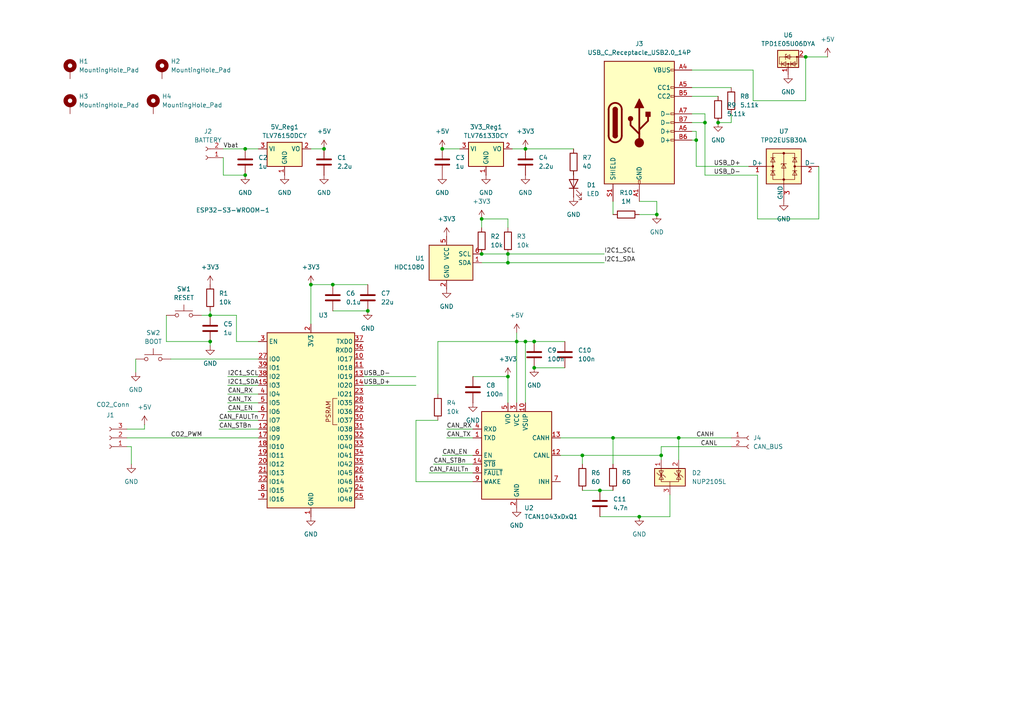
<source format=kicad_sch>
(kicad_sch (version 20231120) (generator "eeschema") (generator_version "8.0")
  (paper "A4")
  (lib_symbols
    (symbol "Connector:Conn_01x02_Socket" (pin_names (offset 1.016) hide)
      (property "Reference" "J" (at 0 2.54 0))
      (property "Value" "Conn_01x02_Socket" (at 0 -5.08 0))
      (symbol "Conn_01x02_Socket_1_1"
        (arc (start 0 -2.032) (mid -0.5058 -2.54) (end 0 -3.048) (stroke (width 0.1524)))
        (polyline (pts (xy -1.27 -2.54) (xy -0.508 -2.54)) (stroke (width 0.1524)))
        (polyline (pts (xy -1.27 0) (xy -0.508 0)) (stroke (width 0.1524)))
        (arc (start 0 0.508) (mid -0.5058 0) (end 0 -0.508) (stroke (width 0.1524)))
        (pin passive line (at -5.08 0 0) (length 3.81) (name "Pin_1") (number "1"))
        (pin passive line (at -5.08 -2.54 0) (length 3.81) (name "Pin_2") (number "2"))
      )
    )
    (symbol "Connector:Conn_01x03_Socket" (pin_names (offset 1.016) hide)
      (property "Reference" "J" (at 0 5.08 0))
      (property "Value" "Conn_01x03_Socket" (at 0 -5.08 0))
      (symbol "Conn_01x03_Socket_1_1"
        (arc (start 0 -2.032) (mid -0.5058 -2.54) (end 0 -3.048) (stroke (width 0.1524)))
        (polyline (pts (xy -1.27 -2.54) (xy -0.508 -2.54)) (stroke (width 0.1524)))
        (polyline (pts (xy -1.27 0) (xy -0.508 0)) (stroke (width 0.1524)))
        (polyline (pts (xy -1.27 2.54) (xy -0.508 2.54)) (stroke (width 0.1524)))
        (arc (start 0 0.508) (mid -0.5058 0) (end 0 -0.508) (stroke (width 0.1524)))
        (arc (start 0 3.048) (mid -0.5058 2.54) (end 0 2.032) (stroke (width 0.1524)))
        (pin passive line (at -5.08 2.54 0) (length 3.81) (name "Pin_1") (number "1"))
        (pin passive line (at -5.08 0 0) (length 3.81) (name "Pin_2") (number "2"))
        (pin passive line (at -5.08 -2.54 0) (length 3.81) (name "Pin_3") (number "3"))
      )
    )
    (symbol "Connector:USB_C_Receptacle_USB2.0_14P" (pin_names (offset 1.016))
      (property "Reference" "J" (at 0 22.225 0))
      (property "Value" "USB_C_Receptacle_USB2.0_14P" (at 0 19.685 0))
      (symbol "USB_C_Receptacle_USB2.0_14P_0_0"
        (rectangle (start -0.254 -17.78) (end 0.254 -16.764))
        (rectangle (start 10.16 -4.826) (end 9.144 -5.334))
        (rectangle (start 10.16 -2.286) (end 9.144 -2.794))
        (rectangle (start 10.16 0.254) (end 9.144 -0.254))
        (rectangle (start 10.16 2.794) (end 9.144 2.286))
        (rectangle (start 10.16 7.874) (end 9.144 7.366))
        (rectangle (start 10.16 10.414) (end 9.144 9.906))
        (rectangle (start 10.16 15.494) (end 9.144 14.986))
      )
      (symbol "USB_C_Receptacle_USB2.0_14P_0_1"
        (rectangle (start -10.16 17.78) (end 10.16 -17.78) (stroke (width 0.254)) (fill (type background)))
        (arc (start -8.89 -3.81) (mid -6.985 -5.7067) (end -5.08 -3.81) (stroke (width 0.508)))
        (arc (start -7.62 -3.81) (mid -6.985 -4.4423) (end -6.35 -3.81) (stroke (width 0.254)))
        (arc (start -7.62 -3.81) (mid -6.985 -4.4423) (end -6.35 -3.81) (stroke (width 0.254)) (fill (type outline)))
        (rectangle (start -7.62 -3.81) (end -6.35 3.81) (stroke (width 0.254)) (fill (type outline)))
        (arc (start -6.35 3.81) (mid -6.985 4.4423) (end -7.62 3.81) (stroke (width 0.254)))
        (arc (start -6.35 3.81) (mid -6.985 4.4423) (end -7.62 3.81) (stroke (width 0.254)) (fill (type outline)))
        (arc (start -5.08 3.81) (mid -6.985 5.7067) (end -8.89 3.81) (stroke (width 0.508)))
        (circle (center -2.54 1.143) (radius 0.635) (stroke (width 0.254)) (fill (type outline)))
        (circle (center 0 -5.842) (radius 1.27) (fill (type outline)))
        (polyline (pts (xy -8.89 -3.81) (xy -8.89 3.81)) (stroke (width 0.508)))
        (polyline (pts (xy -5.08 3.81) (xy -5.08 -3.81)) (stroke (width 0.508)))
        (polyline (pts (xy 0 -5.842) (xy 0 4.318)) (stroke (width 0.508)))
        (polyline (pts (xy 0 -3.302) (xy -2.54 -0.762) (xy -2.54 0.508)) (stroke (width 0.508)))
        (polyline (pts (xy 0 -2.032) (xy 2.54 0.508) (xy 2.54 1.778)) (stroke (width 0.508)))
        (polyline (pts (xy -1.27 4.318) (xy 0 6.858) (xy 1.27 4.318) (xy -1.27 4.318)) (stroke (width 0.254)) (fill (type outline)))
        (rectangle (start 1.905 1.778) (end 3.175 3.048) (stroke (width 0.254)) (fill (type outline)))
      )
      (symbol "USB_C_Receptacle_USB2.0_14P_1_1"
        (pin passive line (at 0 -22.86 90) (length 5.08) (name "GND") (number "A1"))
        (pin passive line (at 0 -22.86 90) (length 5.08) hide (name "GND") (number "A12"))
        (pin passive line (at 15.24 15.24 180) (length 5.08) (name "VBUS") (number "A4"))
        (pin bidirectional line (at 15.24 10.16 180) (length 5.08) (name "CC1") (number "A5"))
        (pin bidirectional line (at 15.24 -2.54 180) (length 5.08) (name "D+") (number "A6"))
        (pin bidirectional line (at 15.24 2.54 180) (length 5.08) (name "D-") (number "A7"))
        (pin passive line (at 15.24 15.24 180) (length 5.08) hide (name "VBUS") (number "A9"))
        (pin passive line (at 0 -22.86 90) (length 5.08) hide (name "GND") (number "B1"))
        (pin passive line (at 0 -22.86 90) (length 5.08) hide (name "GND") (number "B12"))
        (pin passive line (at 15.24 15.24 180) (length 5.08) hide (name "VBUS") (number "B4"))
        (pin bidirectional line (at 15.24 7.62 180) (length 5.08) (name "CC2") (number "B5"))
        (pin bidirectional line (at 15.24 -5.08 180) (length 5.08) (name "D+") (number "B6"))
        (pin bidirectional line (at 15.24 0 180) (length 5.08) (name "D-") (number "B7"))
        (pin passive line (at 15.24 15.24 180) (length 5.08) hide (name "VBUS") (number "B9"))
        (pin passive line (at -7.62 -22.86 90) (length 5.08) (name "SHIELD") (number "S1"))
      )
    )
    (symbol "Device:C" (pin_numbers hide) (pin_names (offset 0.254))
      (property "Reference" "C" (at 0.635 2.54 0))
      (property "Value" "C" (at 0.635 -2.54 0))
      (symbol "C_0_1"
        (polyline (pts (xy -2.032 -0.762) (xy 2.032 -0.762)) (stroke (width 0.508)))
        (polyline (pts (xy -2.032 0.762) (xy 2.032 0.762)) (stroke (width 0.508)))
      )
      (symbol "C_1_1"
        (pin passive line (at 0 3.81 270) (length 2.794) (name "~") (number "1"))
        (pin passive line (at 0 -3.81 90) (length 2.794) (name "~") (number "2"))
      )
    )
    (symbol "Device:LED" (pin_numbers hide) (pin_names (offset 1.016) hide)
      (property "Reference" "D" (at 0 2.54 0))
      (property "Value" "LED" (at 0 -2.54 0))
      (symbol "LED_0_1"
        (polyline (pts (xy -1.27 -1.27) (xy -1.27 1.27)) (stroke (width 0.254)))
        (polyline (pts (xy -1.27 0) (xy 1.27 0)))
        (polyline (pts (xy 1.27 -1.27) (xy 1.27 1.27) (xy -1.27 0) (xy 1.27 -1.27)) (stroke (width 0.254)))
        (polyline (pts (xy -3.048 -0.762) (xy -4.572 -2.286) (xy -3.81 -2.286) (xy -4.572 -2.286) (xy -4.572 -1.524)))
        (polyline (pts (xy -1.778 -0.762) (xy -3.302 -2.286) (xy -2.54 -2.286) (xy -3.302 -2.286) (xy -3.302 -1.524)))
      )
      (symbol "LED_1_1"
        (pin passive line (at -3.81 0 0) (length 2.54) (name "K") (number "1"))
        (pin passive line (at 3.81 0 180) (length 2.54) (name "A") (number "2"))
      )
    )
    (symbol "Device:R" (pin_numbers hide) (pin_names (offset 0))
      (property "Reference" "R" (at 2.032 0 90))
      (property "Value" "R" (at 0 0 90))
      (symbol "R_0_1"
        (rectangle (start -1.016 -2.54) (end 1.016 2.54) (stroke (width 0.254)))
      )
      (symbol "R_1_1"
        (pin passive line (at 0 3.81 270) (length 1.27) (name "~") (number "1"))
        (pin passive line (at 0 -3.81 90) (length 1.27) (name "~") (number "2"))
      )
    )
    (symbol "Interface_CAN_LIN:TCAN1043xDxQ1"
      (property "Reference" "U" (at -10.16 13.97 0))
      (property "Value" "TCAN1043xDxQ1" (at 3.81 13.97 0))
      (symbol "TCAN1043xDxQ1_0_1"
        (rectangle (start -10.16 12.7) (end 10.16 -12.7) (stroke (width 0.254)) (fill (type background)))
      )
      (symbol "TCAN1043xDxQ1_1_1"
        (pin input line (at -12.7 5.08 0) (length 2.54) (name "TXD") (number "1"))
        (pin power_in line (at 2.54 15.24 270) (length 2.54) (name "VSUP") (number "10"))
        (pin no_connect line (at 10.16 -10.16 180) (length 2.54) hide (name "NC") (number "11"))
        (pin bidirectional line (at 12.7 0 180) (length 2.54) (name "CANL") (number "12"))
        (pin bidirectional line (at 12.7 5.08 180) (length 2.54) (name "CANH") (number "13"))
        (pin input line (at -12.7 -2.54 0) (length 2.54) (name "~{STB}") (number "14"))
        (pin power_in line (at 0 -15.24 90) (length 2.54) (name "GND") (number "2"))
        (pin power_in line (at 0 15.24 270) (length 2.54) (name "VCC") (number "3"))
        (pin output line (at -12.7 7.62 0) (length 2.54) (name "RXD") (number "4"))
        (pin power_in line (at -2.54 15.24 270) (length 2.54) (name "VIO") (number "5"))
        (pin input line (at -12.7 0 0) (length 2.54) (name "EN") (number "6"))
        (pin open_emitter line (at 12.7 -7.62 180) (length 2.54) (name "INH") (number "7"))
        (pin output line (at -12.7 -5.08 0) (length 2.54) (name "~{FAULT}") (number "8"))
        (pin input line (at -12.7 -7.62 0) (length 2.54) (name "WAKE") (number "9"))
      )
    )
    (symbol "Mechanical:MountingHole_Pad" (pin_numbers hide) (pin_names (offset 1.016) hide) (exclude_from_sim yes) (in_bom no)
      (property "Reference" "H" (at 0 6.35 0))
      (property "Value" "MountingHole_Pad" (at 0 4.445 0))
      (symbol "MountingHole_Pad_0_1"
        (circle (center 0 1.27) (radius 1.27) (stroke (width 1.27)))
      )
      (symbol "MountingHole_Pad_1_1"
        (pin input line (at 0 -2.54 90) (length 2.54) (name "1") (number "1"))
      )
    )
    (symbol "Power_Protection:NUP2105L" (pin_names hide)
      (property "Reference" "D" (at 5.715 2.54 0))
      (property "Value" "NUP2105L" (at 5.715 0.635 0))
      (symbol "NUP2105L_0_0"
        (pin passive line (at 0 -5.08 90) (length 2.54) (name "A") (number "3"))
      )
      (symbol "NUP2105L_0_1"
        (rectangle (start -4.445 2.54) (end 4.445 -2.54) (stroke (width 0.254)) (fill (type background)))
        (polyline (pts (xy -2.54 2.54) (xy -2.54 0.635)))
        (polyline (pts (xy 0 -1.27) (xy 0 -2.54)))
        (polyline (pts (xy 2.54 2.54) (xy 2.54 0.635)))
        (polyline (pts (xy -3.81 1.27) (xy -3.175 0.635) (xy -1.905 0.635) (xy -1.27 0)))
        (polyline (pts (xy -2.54 0.635) (xy -2.54 -1.27) (xy 2.54 -1.27) (xy 2.54 0.635)))
        (polyline (pts (xy -2.54 0.635) (xy -1.905 -0.635) (xy -3.175 -0.635) (xy -2.54 0.635)))
        (polyline (pts (xy 2.54 0.635) (xy 1.905 -0.635) (xy 3.175 -0.635) (xy 2.54 0.635)))
        (polyline (pts (xy 2.54 0.635) (xy 3.175 1.905) (xy 1.905 1.905) (xy 2.54 0.635)))
        (polyline (pts (xy -2.54 0.635) (xy -3.175 1.905) (xy -1.905 1.905) (xy -2.54 0.635) (xy -2.54 1.27)))
        (polyline (pts (xy 1.27 1.27) (xy 1.905 0.635) (xy 2.54 0.635) (xy 3.175 0.635) (xy 3.81 0)))
      )
      (symbol "NUP2105L_1_1"
        (pin passive line (at -2.54 5.08 270) (length 2.54) (name "K") (number "1"))
        (pin passive line (at 2.54 5.08 270) (length 2.54) (name "K") (number "2"))
      )
    )
    (symbol "Power_Protection:TPD1E05U06DYA" (pin_names (offset 0) hide)
      (property "Reference" "U" (at -2.54 3.175 0))
      (property "Value" "TPD1E05U06DYA" (at 1.27 3.175 0))
      (symbol "TPD1E05U06DYA_0_1"
        (rectangle (start -3.048 1.905) (end 3.048 -3.048) (stroke (width 0.254)) (fill (type background)))
        (circle (center 0 -2.032) (radius 0.2032) (fill (type outline)))
        (polyline (pts (xy -2.54 -2.032) (xy -2.54 0)))
        (polyline (pts (xy -1.905 -2.667) (xy -1.905 -1.397)))
        (polyline (pts (xy -1.016 0) (xy -2.54 0)))
        (polyline (pts (xy -0.762 -0.762) (xy -0.762 0.762)))
        (polyline (pts (xy -0.762 0.762) (xy -0.762 0.762)))
        (polyline (pts (xy -0.635 -2.032) (xy -2.54 -2.032)))
        (polyline (pts (xy -0.635 -2.032) (xy 0.635 -2.032)))
        (polyline (pts (xy -0.381 0.762) (xy -0.762 0.762)))
        (polyline (pts (xy 0 -2.54) (xy 0 -2.032)))
        (polyline (pts (xy 0.762 -2.667) (xy 0.762 -1.397)))
        (polyline (pts (xy 0.889 0) (xy -1.016 0)))
        (polyline (pts (xy 0.889 0) (xy -1.016 0)))
        (polyline (pts (xy 0.889 0) (xy 2.54 0)))
        (polyline (pts (xy 2.54 -2.032) (xy 0.635 -2.032)))
        (polyline (pts (xy 2.54 -2.032) (xy 0.635 -2.032)))
        (polyline (pts (xy 2.54 -2.032) (xy 2.54 0)))
        (polyline (pts (xy -1.905 -2.032) (xy -0.635 -1.397) (xy -0.635 -2.667) (xy -1.905 -2.032)))
        (polyline (pts (xy -0.762 0) (xy 0.508 0.635) (xy 0.508 -0.635) (xy -0.762 0)))
        (polyline (pts (xy 0.762 -2.032) (xy 2.032 -1.397) (xy 2.032 -2.667) (xy 0.762 -2.032)))
        (circle (center 2.54 0) (radius 0.2032) (fill (type outline)))
      )
      (symbol "TPD1E05U06DYA_1_1"
        (pin passive line (at 0 -5.08 90) (length 2.54) (name "I/O") (number "1"))
        (pin power_in line (at 5.08 0 180) (length 2.54) (name "GND") (number "2"))
      )
    )
    (symbol "Power_Protection:TPD2EUSB30A" (pin_names (offset 0))
      (property "Reference" "U" (at 0 6.35 0))
      (property "Value" "TPD2EUSB30A" (at 7.62 -7.62 0))
      (symbol "TPD2EUSB30A_0_1"
        (rectangle (start -5.08 5.08) (end 5.08 -5.08) (stroke (width 0.254)) (fill (type background)))
        (circle (center -3.175 0) (radius 0.2794) (fill (type outline)))
        (rectangle (start -3.175 3.81) (end 3.175 -3.81))
        (circle (center 0 -3.81) (radius 0.2794) (fill (type outline)))
        (polyline (pts (xy -5.08 0) (xy -3.175 0)))
        (polyline (pts (xy -3.81 -1.27) (xy -2.54 -1.27)))
        (polyline (pts (xy -3.81 2.54) (xy -2.54 2.54)))
        (polyline (pts (xy 0 3.81) (xy 0 -5.08)))
        (polyline (pts (xy 2.54 -1.27) (xy 3.81 -1.27)))
        (polyline (pts (xy 2.54 2.54) (xy 3.81 2.54)))
        (polyline (pts (xy 5.08 0) (xy 3.175 0)))
        (polyline (pts (xy 0.762 0.762) (xy -0.762 0.762) (xy -0.762 0.508)))
        (polyline (pts (xy -2.54 -2.54) (xy -3.81 -2.54) (xy -3.175 -1.27) (xy -2.54 -2.54)))
        (polyline (pts (xy -2.54 1.27) (xy -3.81 1.27) (xy -3.175 2.54) (xy -2.54 1.27)))
        (polyline (pts (xy 0.635 -0.508) (xy -0.635 -0.508) (xy 0 0.762) (xy 0.635 -0.508)))
        (polyline (pts (xy 3.81 -2.54) (xy 2.54 -2.54) (xy 3.175 -1.27) (xy 3.81 -2.54)))
        (polyline (pts (xy 3.81 1.27) (xy 2.54 1.27) (xy 3.175 2.54) (xy 3.81 1.27)))
        (circle (center 0 3.81) (radius 0.2794) (fill (type outline)))
        (circle (center 3.175 0) (radius 0.2794) (fill (type outline)))
      )
      (symbol "TPD2EUSB30A_1_1"
        (pin passive line (at -10.16 0 0) (length 5.08) (name "D+") (number "1"))
        (pin passive line (at 10.16 0 180) (length 5.08) (name "D-") (number "2"))
        (pin passive line (at 0 -10.16 90) (length 5.08) (name "GND") (number "3"))
      )
    )
    (symbol "RF_Module:ESP32-S3-WROOM-1"
      (property "Reference" "U" (at -12.7 26.67 0))
      (property "Value" "ESP32-S3-WROOM-1" (at 12.7 26.67 0))
      (symbol "ESP32-S3-WROOM-1_0_0"
        (rectangle (start -12.7 25.4) (end 12.7 -25.4) (stroke (width 0.254)) (fill (type background)))
        (text "PSRAM" (at 5.08 2.54 900) (effects (font (size 1.27 1.27))))
      )
      (symbol "ESP32-S3-WROOM-1_0_1"
        (polyline (pts (xy 7.62 -1.27) (xy 6.35 -1.27) (xy 6.35 6.35) (xy 7.62 6.35)))
      )
      (symbol "ESP32-S3-WROOM-1_1_1"
        (pin power_in line (at 0 -27.94 90) (length 2.54) (name "GND") (number "1"))
        (pin bidirectional line (at 15.24 17.78 180) (length 2.54) (name "IO17") (number "10"))
        (pin bidirectional line (at 15.24 15.24 180) (length 2.54) (name "IO18") (number "11"))
        (pin bidirectional line (at -15.24 -2.54 0) (length 2.54) (name "IO8") (number "12"))
        (pin bidirectional line (at 15.24 12.7 180) (length 2.54) (name "IO19") (number "13"))
        (pin bidirectional line (at 15.24 10.16 180) (length 2.54) (name "IO20") (number "14"))
        (pin bidirectional line (at -15.24 10.16 0) (length 2.54) (name "IO3") (number "15"))
        (pin bidirectional line (at 15.24 -17.78 180) (length 2.54) (name "IO46") (number "16"))
        (pin bidirectional line (at -15.24 -5.08 0) (length 2.54) (name "IO9") (number "17"))
        (pin bidirectional line (at -15.24 -7.62 0) (length 2.54) (name "IO10") (number "18"))
        (pin bidirectional line (at -15.24 -10.16 0) (length 2.54) (name "IO11") (number "19"))
        (pin power_in line (at 0 27.94 270) (length 2.54) (name "3V3") (number "2"))
        (pin bidirectional line (at -15.24 -12.7 0) (length 2.54) (name "IO12") (number "20"))
        (pin bidirectional line (at -15.24 -15.24 0) (length 2.54) (name "IO13") (number "21"))
        (pin bidirectional line (at -15.24 -17.78 0) (length 2.54) (name "IO14") (number "22"))
        (pin bidirectional line (at 15.24 7.62 180) (length 2.54) (name "IO21") (number "23"))
        (pin bidirectional line (at 15.24 -20.32 180) (length 2.54) (name "IO47") (number "24"))
        (pin bidirectional line (at 15.24 -22.86 180) (length 2.54) (name "IO48") (number "25"))
        (pin bidirectional line (at 15.24 -15.24 180) (length 2.54) (name "IO45") (number "26"))
        (pin bidirectional line (at -15.24 17.78 0) (length 2.54) (name "IO0") (number "27"))
        (pin bidirectional line (at 15.24 5.08 180) (length 2.54) (name "IO35") (number "28"))
        (pin bidirectional line (at 15.24 2.54 180) (length 2.54) (name "IO36") (number "29"))
        (pin input line (at -15.24 22.86 0) (length 2.54) (name "EN") (number "3"))
        (pin bidirectional line (at 15.24 0 180) (length 2.54) (name "IO37") (number "30"))
        (pin bidirectional line (at 15.24 -2.54 180) (length 2.54) (name "IO38") (number "31"))
        (pin bidirectional line (at 15.24 -5.08 180) (length 2.54) (name "IO39") (number "32"))
        (pin bidirectional line (at 15.24 -7.62 180) (length 2.54) (name "IO40") (number "33"))
        (pin bidirectional line (at 15.24 -10.16 180) (length 2.54) (name "IO41") (number "34"))
        (pin bidirectional line (at 15.24 -12.7 180) (length 2.54) (name "IO42") (number "35"))
        (pin bidirectional line (at 15.24 20.32 180) (length 2.54) (name "RXD0") (number "36"))
        (pin bidirectional line (at 15.24 22.86 180) (length 2.54) (name "TXD0") (number "37"))
        (pin bidirectional line (at -15.24 12.7 0) (length 2.54) (name "IO2") (number "38"))
        (pin bidirectional line (at -15.24 15.24 0) (length 2.54) (name "IO1") (number "39"))
        (pin bidirectional line (at -15.24 7.62 0) (length 2.54) (name "IO4") (number "4"))
        (pin passive line (at 0 -27.94 90) (length 2.54) hide (name "GND") (number "40"))
        (pin passive line (at 0 -27.94 90) (length 2.54) hide (name "GND") (number "41"))
        (pin bidirectional line (at -15.24 5.08 0) (length 2.54) (name "IO5") (number "5"))
        (pin bidirectional line (at -15.24 2.54 0) (length 2.54) (name "IO6") (number "6"))
        (pin bidirectional line (at -15.24 0 0) (length 2.54) (name "IO7") (number "7"))
        (pin bidirectional line (at -15.24 -20.32 0) (length 2.54) (name "IO15") (number "8"))
        (pin bidirectional line (at -15.24 -22.86 0) (length 2.54) (name "IO16") (number "9"))
      )
    )
    (symbol "Regulator_Linear:TLV76133DCY"
      (property "Reference" "U" (at -7.62 6.35 0))
      (property "Value" "TLV76133DCY" (at -1.27 6.35 0))
      (symbol "TLV76133DCY_0_1"
        (rectangle (start -5.08 -5.08) (end 5.08 1.905) (stroke (width 0.254)) (fill (type background)))
      )
      (symbol "TLV76133DCY_1_1"
        (pin power_in line (at 0 -7.62 90) (length 2.54) (name "GND") (number "1"))
        (pin power_out line (at 7.62 0 180) (length 2.54) (name "VO") (number "2"))
        (pin power_in line (at -7.62 0 0) (length 2.54) (name "VI") (number "3"))
      )
    )
    (symbol "Regulator_Linear:TLV76150DCY"
      (property "Reference" "U" (at -7.62 6.35 0))
      (property "Value" "TLV76150DCY" (at -1.27 6.35 0))
      (symbol "TLV76150DCY_0_1"
        (rectangle (start -5.08 -5.08) (end 5.08 1.905) (stroke (width 0.254)) (fill (type background)))
      )
      (symbol "TLV76150DCY_1_1"
        (pin power_in line (at 0 -7.62 90) (length 2.54) (name "GND") (number "1"))
        (pin power_out line (at 7.62 0 180) (length 2.54) (name "VO") (number "2"))
        (pin power_in line (at -7.62 0 0) (length 2.54) (name "VI") (number "3"))
      )
    )
    (symbol "Sensor_Humidity:HDC1080"
      (property "Reference" "U" (at -6.35 6.35 0))
      (property "Value" "HDC1080" (at 3.81 6.35 0))
      (symbol "HDC1080_0_1"
        (rectangle (start -7.62 5.08) (end 5.08 -5.08) (stroke (width 0.254)) (fill (type background)))
      )
      (symbol "HDC1080_1_1"
        (pin bidirectional line (at 7.62 0 180) (length 2.54) (name "SDA") (number "1"))
        (pin power_in line (at -2.54 -7.62 90) (length 2.54) (name "GND") (number "2"))
        (pin no_connect line (at -7.62 0 0) (length 2.54) hide (name "NC") (number "3"))
        (pin no_connect line (at -7.62 -2.54 0) (length 2.54) hide (name "NC") (number "4"))
        (pin power_in line (at -2.54 7.62 270) (length 2.54) (name "VCC") (number "5"))
        (pin input line (at 7.62 2.54 180) (length 2.54) (name "SCL") (number "6"))
        (pin no_connect line (at -7.62 2.54 0) (length 2.54) hide (name "DAP") (number "7"))
      )
    )
    (symbol "Switch:SW_Push" (pin_numbers hide) (pin_names (offset 1.016) hide)
      (property "Reference" "SW" (at 1.27 2.54 0))
      (property "Value" "SW_Push" (at 0 -1.524 0))
      (symbol "SW_Push_0_1"
        (circle (center -2.032 0) (radius 0.508))
        (polyline (pts (xy 0 1.27) (xy 0 3.048)))
        (polyline (pts (xy 2.54 1.27) (xy -2.54 1.27)))
        (circle (center 2.032 0) (radius 0.508))
        (pin passive line (at -5.08 0 0) (length 2.54) (name "1") (number "1"))
        (pin passive line (at 5.08 0 180) (length 2.54) (name "2") (number "2"))
      )
    )
    (symbol "power:+3V3" (power) (pin_numbers hide) (pin_names (offset 0) hide)
      (property "Value" "+3V3" (at 0 3.556 0))
      (symbol "+3V3_0_1"
        (polyline (pts (xy -0.762 1.27) (xy 0 2.54)))
        (polyline (pts (xy 0 0) (xy 0 2.54)))
        (polyline (pts (xy 0 2.54) (xy 0.762 1.27)))
      )
      (symbol "+3V3_1_1"
        (pin power_in line (at 0 0 90) (length 0) (name "~") (number "1"))
      )
    )
    (symbol "power:+5V" (power) (pin_numbers hide) (pin_names (offset 0) hide)
      (property "Value" "+5V" (at 0 3.556 0))
      (symbol "+5V_0_1"
        (polyline (pts (xy -0.762 1.27) (xy 0 2.54)))
        (polyline (pts (xy 0 0) (xy 0 2.54)))
        (polyline (pts (xy 0 2.54) (xy 0.762 1.27)))
      )
      (symbol "+5V_1_1"
        (pin power_in line (at 0 0 90) (length 0) (name "~") (number "1"))
      )
    )
    (symbol "power:GND" (power) (pin_numbers hide) (pin_names (offset 0) hide)
      (property "Value" "GND" (at 0 -3.81 0))
      (symbol "GND_0_1"
        (polyline (pts (xy 0 0) (xy 0 -1.27) (xy 1.27 -1.27) (xy 0 -2.54) (xy -1.27 -1.27) (xy 0 -1.27)))
      )
      (symbol "GND_1_1"
        (pin power_in line (at 0 0 270) (length 0) (name "~") (number "1"))
      )
    )
  )
  (junction (at 201.93 40.64))
  (junction (at 139.7 63.5))
  (junction (at 106.68 90.17))
  (junction (at 147.32 76.2))
  (junction (at 139.7 73.66))
  (junction (at 168.91 132.08))
  (junction (at 152.4 99.06))
  (junction (at 154.94 106.68))
  (junction (at 185.42 149.86))
  (junction (at 208.28 35.56))
  (junction (at 71.12 43.18))
  (junction (at 147.32 73.66))
  (junction (at 191.77 132.08))
  (junction (at 71.12 50.8))
  (junction (at 90.17 82.55))
  (junction (at 147.32 109.22))
  (junction (at 154.94 99.06))
  (junction (at 128.27 43.18))
  (junction (at 93.98 43.18))
  (junction (at 177.8 127))
  (junction (at 96.52 82.55))
  (junction (at 149.86 99.06))
  (junction (at 60.96 99.06))
  (junction (at 204.47 35.56))
  (junction (at 190.5 62.23))
  (junction (at 173.99 142.24))
  (junction (at 196.85 127))
  (junction (at 233.68 16.51))
  (junction (at 60.96 91.44))
  (junction (at 152.4 43.18))
  (wire (pts (xy 90.17 43.18) (xy 93.98 43.18)))
  (wire (pts (xy 173.99 142.24) (xy 177.8 142.24)))
  (wire (pts (xy 152.4 43.18) (xy 166.37 43.18)))
  (wire (pts (xy 105.41 109.22) (xy 120.65 109.22)))
  (wire (pts (xy 139.7 63.5) (xy 147.32 63.5)))
  (wire (pts (xy 185.42 58.42) (xy 190.5 58.42)))
  (wire (pts (xy 196.85 127) (xy 212.09 127)))
  (wire (pts (xy 68.58 99.06) (xy 74.93 99.06)))
  (wire (pts (xy 200.66 25.4) (xy 212.09 25.4)))
  (wire (pts (xy 66.04 111.76) (xy 74.93 111.76)))
  (wire (pts (xy 200.66 40.64) (xy 201.93 40.64)))
  (wire (pts (xy 204.47 50.8) (xy 219.71 50.8)))
  (wire (pts (xy 64.77 43.18) (xy 71.12 43.18)))
  (wire (pts (xy 96.52 82.55) (xy 106.68 82.55)))
  (wire (pts (xy 212.09 129.54) (xy 191.77 129.54)))
  (wire (pts (xy 166.37 49.53) (xy 166.37 50.8)))
  (wire (pts (xy 147.32 109.22) (xy 147.32 116.84)))
  (wire (pts (xy 68.58 91.44) (xy 68.58 99.06)))
  (wire (pts (xy 200.66 35.56) (xy 204.47 35.56)))
  (wire (pts (xy 139.7 63.5) (xy 139.7 66.04)))
  (wire (pts (xy 63.5 121.92) (xy 74.93 121.92)))
  (wire (pts (xy 120.65 139.7) (xy 137.16 139.7)))
  (wire (pts (xy 168.91 132.08) (xy 162.56 132.08)))
  (wire (pts (xy 66.04 114.3) (xy 74.93 114.3)))
  (wire (pts (xy 41.91 124.46) (xy 41.91 123.19)))
  (wire (pts (xy 63.5 124.46) (xy 74.93 124.46)))
  (wire (pts (xy 204.47 33.02) (xy 204.47 35.56)))
  (wire (pts (xy 125.73 134.62) (xy 137.16 134.62)))
  (wire (pts (xy 128.27 43.18) (xy 133.35 43.18)))
  (wire (pts (xy 191.77 132.08) (xy 191.77 133.35)))
  (wire (pts (xy 200.66 33.02) (xy 204.47 33.02)))
  (wire (pts (xy 185.42 149.86) (xy 194.31 149.86)))
  (wire (pts (xy 66.04 116.84) (xy 74.93 116.84)))
  (wire (pts (xy 36.83 124.46) (xy 41.91 124.46)))
  (wire (pts (xy 200.66 38.1) (xy 201.93 38.1)))
  (wire (pts (xy 58.42 91.44) (xy 60.96 91.44)))
  (wire (pts (xy 48.26 99.06) (xy 60.96 99.06)))
  (wire (pts (xy 149.86 96.52) (xy 149.86 99.06)))
  (wire (pts (xy 233.68 16.51) (xy 240.03 16.51)))
  (wire (pts (xy 190.5 58.42) (xy 190.5 62.23)))
  (wire (pts (xy 137.16 109.22) (xy 147.32 109.22)))
  (wire (pts (xy 177.8 58.42) (xy 177.8 62.23)))
  (wire (pts (xy 90.17 82.55) (xy 90.17 93.98)))
  (wire (pts (xy 177.8 127) (xy 177.8 134.62)))
  (wire (pts (xy 218.44 20.32) (xy 200.66 20.32)))
  (wire (pts (xy 66.04 109.22) (xy 74.93 109.22)))
  (wire (pts (xy 38.1 129.54) (xy 38.1 134.62)))
  (wire (pts (xy 49.53 104.14) (xy 74.93 104.14)))
  (wire (pts (xy 154.94 106.68) (xy 163.83 106.68)))
  (wire (pts (xy 204.47 35.56) (xy 204.47 50.8)))
  (wire (pts (xy 173.99 149.86) (xy 185.42 149.86)))
  (wire (pts (xy 36.83 129.54) (xy 38.1 129.54)))
  (wire (pts (xy 154.94 99.06) (xy 163.83 99.06)))
  (wire (pts (xy 233.68 29.21) (xy 233.68 16.51)))
  (wire (pts (xy 66.04 119.38) (xy 74.93 119.38)))
  (wire (pts (xy 218.44 29.21) (xy 218.44 20.32)))
  (wire (pts (xy 191.77 129.54) (xy 191.77 132.08)))
  (wire (pts (xy 168.91 132.08) (xy 168.91 134.62)))
  (wire (pts (xy 212.09 35.56) (xy 208.28 35.56)))
  (wire (pts (xy 124.46 137.16) (xy 137.16 137.16)))
  (wire (pts (xy 127 99.06) (xy 149.86 99.06)))
  (wire (pts (xy 147.32 66.04) (xy 147.32 63.5)))
  (wire (pts (xy 196.85 133.35) (xy 196.85 127)))
  (wire (pts (xy 127 114.3) (xy 127 99.06)))
  (wire (pts (xy 105.41 111.76) (xy 120.65 111.76)))
  (wire (pts (xy 64.77 50.8) (xy 71.12 50.8)))
  (wire (pts (xy 60.96 91.44) (xy 68.58 91.44)))
  (wire (pts (xy 139.7 73.66) (xy 147.32 73.66)))
  (wire (pts (xy 168.91 142.24) (xy 173.99 142.24)))
  (wire (pts (xy 39.37 104.14) (xy 39.37 107.95)))
  (wire (pts (xy 218.44 29.21) (xy 233.68 29.21)))
  (wire (pts (xy 162.56 127) (xy 177.8 127)))
  (wire (pts (xy 147.32 76.2) (xy 175.26 76.2)))
  (wire (pts (xy 201.93 48.26) (xy 217.17 48.26)))
  (wire (pts (xy 196.85 127) (xy 177.8 127)))
  (wire (pts (xy 200.66 27.94) (xy 208.28 27.94)))
  (wire (pts (xy 219.71 63.5) (xy 237.49 63.5)))
  (wire (pts (xy 139.7 76.2) (xy 147.32 76.2)))
  (wire (pts (xy 129.54 127) (xy 137.16 127)))
  (wire (pts (xy 149.86 99.06) (xy 149.86 116.84)))
  (wire (pts (xy 237.49 63.5) (xy 237.49 48.26)))
  (wire (pts (xy 120.65 121.92) (xy 120.65 139.7)))
  (wire (pts (xy 185.42 62.23) (xy 190.5 62.23)))
  (wire (pts (xy 201.93 38.1) (xy 201.93 40.64)))
  (wire (pts (xy 60.96 99.06) (xy 60.96 100.33)))
  (wire (pts (xy 129.54 124.46) (xy 137.16 124.46)))
  (wire (pts (xy 90.17 82.55) (xy 96.52 82.55)))
  (wire (pts (xy 96.52 90.17) (xy 106.68 90.17)))
  (wire (pts (xy 212.09 33.02) (xy 212.09 35.56)))
  (wire (pts (xy 128.27 132.08) (xy 137.16 132.08)))
  (wire (pts (xy 194.31 149.86) (xy 194.31 143.51)))
  (wire (pts (xy 191.77 132.08) (xy 168.91 132.08)))
  (wire (pts (xy 201.93 40.64) (xy 201.93 48.26)))
  (wire (pts (xy 147.32 73.66) (xy 175.26 73.66)))
  (wire (pts (xy 60.96 90.17) (xy 60.96 91.44)))
  (wire (pts (xy 148.59 43.18) (xy 152.4 43.18)))
  (wire (pts (xy 152.4 99.06) (xy 154.94 99.06)))
  (wire (pts (xy 152.4 116.84) (xy 152.4 99.06)))
  (wire (pts (xy 71.12 43.18) (xy 74.93 43.18)))
  (wire (pts (xy 127 121.92) (xy 120.65 121.92)))
  (wire (pts (xy 219.71 50.8) (xy 219.71 63.5)))
  (wire (pts (xy 64.77 45.72) (xy 64.77 50.8)))
  (wire (pts (xy 147.32 73.66) (xy 147.32 76.2)))
  (wire (pts (xy 152.4 99.06) (xy 149.86 99.06)))
  (wire (pts (xy 36.83 127) (xy 74.93 127)))
  (wire (pts (xy 48.26 91.44) (xy 48.26 99.06)))
  (label "I2C1_SDA" (at 66.04 111.76 0))
  (label "CAN_STBn" (at 63.5 124.46 0))
  (label "CAN_EN" (at 66.04 119.38 0))
  (label "Vbat" (at 64.77 43.18 0))
  (label "USB_D-" (at 207.01 50.8 0))
  (label "CAN_RX" (at 129.54 124.46 0))
  (label "CAN_EN" (at 128.27 132.08 0))
  (label "CAN_STBn" (at 125.73 134.62 0))
  (label "USB_D-" (at 105.41 109.22 0))
  (label "USB_D+" (at 105.41 111.76 0))
  (label "CANH" (at 201.93 127 0))
  (label "I2C1_SCL" (at 66.04 109.22 0))
  (label "CAN_FAULTn" (at 63.5 121.92 0))
  (label "I2C1_SDA" (at 175.26 76.2 0))
  (label "CO2_PWM" (at 49.53 127 0))
  (label "CAN_RX" (at 66.04 114.3 0))
  (label "USB_D+" (at 207.01 48.26 0))
  (label "CAN_TX" (at 66.04 116.84 0))
  (label "I2C1_SCL" (at 175.26 73.66 0))
  (label "CANL" (at 203.2 129.54 0))
  (label "CAN_TX" (at 129.54 127 0))
  (label "CAN_FAULTn" (at 124.46 137.16 0))
  (symbol (lib_id "Mechanical:MountingHole_Pad") (at 20.32 30.48 0) (unit 1) (exclude_from_sim yes) (in_bom no)
    (property "Reference" "H3" (at 22.86 27.9399 0) (effects (justify left)))
    (property "Value" "MountingHole_Pad" (at 22.86 30.4799 0) (effects (justify left)))
    (property "Footprint" "MountingHole:MountingHole_3.2mm_M3_DIN965_Pad_TopBottom" (effects (hide yes)))
    (property "Description" "Mounting Hole with connection" (effects (hide yes)))
  )
  (symbol (lib_id "power:GND") (at 185.42 149.86 0) (unit 1)
    (property "Reference" "#PWR029" (effects (hide yes)))
    (property "Value" "GND" (at 185.42 154.94 0))
    (property "Description" "Power symbol creates a global label with name \"GND\" , ground" (effects (hide yes)))
  )
  (symbol (lib_id "power:+5V") (at 128.27 43.18 0) (unit 1)
    (property "Reference" "#PWR010" (effects (hide yes)))
    (property "Value" "+5V" (at 128.27 38.1 0))
    (property "Description" "Power symbol creates a global label with name \"+5V\"" (effects (hide yes)))
  )
  (symbol (lib_id "power:GND") (at 90.17 149.86 0) (unit 1)
    (property "Reference" "#PWR015" (effects (hide yes)))
    (property "Value" "GND" (at 90.17 154.94 0))
    (property "Description" "Power symbol creates a global label with name \"GND\" , ground" (effects (hide yes)))
  )
  (symbol (lib_id "power:GND") (at 149.86 147.32 0) (unit 1)
    (property "Reference" "#PWR026" (effects (hide yes)))
    (property "Value" "GND" (at 149.86 152.4 0))
    (property "Description" "Power symbol creates a global label with name \"GND\" , ground" (effects (hide yes)))
  )
  (symbol (lib_id "power:GND") (at 154.94 106.68 0) (unit 1)
    (property "Reference" "#PWR028" (effects (hide yes)))
    (property "Value" "GND" (at 154.94 111.76 0))
    (property "Description" "Power symbol creates a global label with name \"GND\" , ground" (effects (hide yes)))
  )
  (symbol (lib_id "Device:C") (at 154.94 102.87 0) (unit 1)
    (property "Reference" "C9" (at 158.75 101.5999 0) (effects (justify left)))
    (property "Value" "100n" (at 158.75 104.1399 0) (effects (justify left)))
    (property "Footprint" "Capacitor_SMD:C_0805_2012Metric_Pad1.18x1.45mm_HandSolder" (effects (hide yes)))
    (property "Description" "Unpolarized capacitor" (effects (hide yes)))
  )
  (symbol (lib_id "Connector:USB_C_Receptacle_USB2.0_14P") (at 185.42 35.56 0) (unit 1)
    (property "Reference" "J3" (at 185.42 12.7 0))
    (property "Value" "USB_C_Receptacle_USB2.0_14P" (at 185.42 15.24 0))
    (property "Footprint" "Connector_USB:USB_C_Receptacle_Amphenol_12401548E4-2A_CircularHoles" (effects (hide yes)))
    (property "Datasheet" "https://www.usb.org/sites/default/files/documents/usb_type-c.zip" (effects (hide yes)))
    (property "Description" "USB 2.0-only 14P Type-C Receptacle connector" (effects (hide yes)))
  )
  (symbol (lib_id "power:+3V3") (at 152.4 43.18 0) (unit 1)
    (property "Reference" "#PWR011" (effects (hide yes)))
    (property "Value" "+3V3" (at 152.4 38.1 0))
    (property "Description" "Power symbol creates a global label with name \"+3V3\"" (effects (hide yes)))
  )
  (symbol (lib_id "Power_Protection:TPD2EUSB30A") (at 227.33 48.26 0) (unit 1)
    (property "Reference" "U7" (at 227.33 38.1 0))
    (property "Value" "TPD2EUSB30A" (at 227.33 40.64 0))
    (property "Footprint" "Package_TO_SOT_SMD:Texas_DRT-3" (effects (hide yes)))
    (property "Datasheet" "http://www.ti.com/lit/ds/symlink/tpd2eusb30a.pdf" (effects (hide yes)))
    (property "Description" "2-Channel ESD Protection for Super-Speed USB 3.0 Interface, DRT-3" (effects (hide yes)))
  )
  (symbol (lib_id "Device:R") (at 177.8 138.43 180) (unit 1)
    (property "Reference" "R5" (at 180.34 137.1599 0) (effects (justify right)))
    (property "Value" "60" (at 180.34 139.6999 0) (effects (justify right)))
    (property "Footprint" "Resistor_SMD:R_0805_2012Metric_Pad1.20x1.40mm_HandSolder" (effects (hide yes)))
    (property "Description" "Resistor" (effects (hide yes)))
  )
  (symbol (lib_id "power:GND") (at 128.27 50.8 0) (unit 1)
    (property "Reference" "#PWR07" (effects (hide yes)))
    (property "Value" "GND" (at 128.27 55.88 0))
    (property "Description" "Power symbol creates a global label with name \"GND\" , ground" (effects (hide yes)))
  )
  (symbol (lib_id "Mechanical:MountingHole_Pad") (at 20.32 20.32 0) (unit 1) (exclude_from_sim yes) (in_bom no)
    (property "Reference" "H1" (at 22.86 17.7799 0) (effects (justify left)))
    (property "Value" "MountingHole_Pad" (at 22.86 20.3199 0) (effects (justify left)))
    (property "Footprint" "MountingHole:MountingHole_3.2mm_M3_DIN965_Pad_TopBottom" (effects (hide yes)))
    (property "Description" "Mounting Hole with connection" (effects (hide yes)))
  )
  (symbol (lib_id "Mechanical:MountingHole_Pad") (at 44.45 30.48 0) (unit 1) (exclude_from_sim yes) (in_bom no)
    (property "Reference" "H4" (at 46.99 27.9399 0) (effects (justify left)))
    (property "Value" "MountingHole_Pad" (at 46.99 30.4799 0) (effects (justify left)))
    (property "Footprint" "MountingHole:MountingHole_3.2mm_M3_DIN965_Pad_TopBottom" (effects (hide yes)))
    (property "Description" "Mounting Hole with connection" (effects (hide yes)))
  )
  (symbol (lib_id "power:GND") (at 137.16 116.84 0) (unit 1)
    (property "Reference" "#PWR027" (effects (hide yes)))
    (property "Value" "GND" (at 137.16 121.92 0))
    (property "Description" "Power symbol creates a global label with name \"GND\" , ground" (effects (hide yes)))
  )
  (symbol (lib_id "Device:C") (at 71.12 46.99 0) (unit 1)
    (property "Reference" "C2" (at 74.93 45.7199 0) (effects (justify left)))
    (property "Value" "1u" (at 74.93 48.2599 0) (effects (justify left)))
    (property "Footprint" "Capacitor_SMD:C_0805_2012Metric_Pad1.18x1.45mm_HandSolder" (effects (hide yes)))
    (property "Description" "Unpolarized capacitor" (effects (hide yes)))
  )
  (symbol (lib_id "power:+3V3") (at 129.54 68.58 0) (unit 1)
    (property "Reference" "#PWR02" (effects (hide yes)))
    (property "Value" "+3V3" (at 129.54 63.5 0))
    (property "Description" "Power symbol creates a global label with name \"+3V3\"" (effects (hide yes)))
  )
  (symbol (lib_id "power:GND") (at 166.37 57.15 0) (unit 1)
    (property "Reference" "#PWR022" (effects (hide yes)))
    (property "Value" "GND" (at 166.37 62.23 0))
    (property "Description" "Power symbol creates a global label with name \"GND\" , ground" (effects (hide yes)))
  )
  (symbol (lib_id "Device:R") (at 168.91 138.43 180) (unit 1)
    (property "Reference" "R6" (at 171.45 137.1599 0) (effects (justify right)))
    (property "Value" "60" (at 171.45 139.6999 0) (effects (justify right)))
    (property "Footprint" "Resistor_SMD:R_0805_2012Metric_Pad1.20x1.40mm_HandSolder" (effects (hide yes)))
    (property "Description" "Resistor" (effects (hide yes)))
  )
  (symbol (lib_id "power:GND") (at 93.98 50.8 0) (unit 1)
    (property "Reference" "#PWR05" (effects (hide yes)))
    (property "Value" "GND" (at 93.98 55.88 0))
    (property "Description" "Power symbol creates a global label with name \"GND\" , ground" (effects (hide yes)))
  )
  (symbol (lib_id "power:GND") (at 129.54 83.82 0) (unit 1)
    (property "Reference" "#PWR01" (effects (hide yes)))
    (property "Value" "GND" (at 129.54 88.9 0))
    (property "Description" "Power symbol creates a global label with name \"GND\" , ground" (effects (hide yes)))
  )
  (symbol (lib_id "Power_Protection:NUP2105L") (at 194.31 138.43 0) (unit 1)
    (property "Reference" "D2" (at 200.66 137.1599 0) (effects (justify left)))
    (property "Value" "NUP2105L" (at 200.66 139.6999 0) (effects (justify left)))
    (property "Footprint" "Package_TO_SOT_SMD:SOT-23" (effects (hide yes)))
    (property "Datasheet" "https://www.onsemi.com/pub_link/Collateral/NUP2105L-D.PDF" (effects (hide yes)))
    (property "Description" "Dual Line CAN Bus Protector, 24Vrwm" (effects (hide yes)))
  )
  (symbol (lib_id "power:GND") (at 38.1 134.62 0) (unit 1)
    (property "Reference" "#PWR030" (effects (hide yes)))
    (property "Value" "GND" (at 38.1 139.7 0))
    (property "Description" "Power symbol creates a global label with name \"GND\" , ground" (effects (hide yes)))
  )
  (symbol (lib_id "Mechanical:MountingHole_Pad") (at 46.99 20.32 0) (unit 1) (exclude_from_sim yes) (in_bom no)
    (property "Reference" "H2" (at 49.53 17.7799 0) (effects (justify left)))
    (property "Value" "MountingHole_Pad" (at 49.53 20.3199 0) (effects (justify left)))
    (property "Footprint" "MountingHole:MountingHole_3.2mm_M3_DIN965_Pad_TopBottom" (effects (hide yes)))
    (property "Description" "Mounting Hole with connection" (effects (hide yes)))
  )
  (symbol (lib_id "Device:R") (at 60.96 86.36 0) (unit 1)
    (property "Reference" "R1" (at 63.5 85.0899 0) (effects (justify left)))
    (property "Value" "10k" (at 63.5 87.6299 0) (effects (justify left)))
    (property "Footprint" "Resistor_SMD:R_0805_2012Metric_Pad1.20x1.40mm_HandSolder" (effects (hide yes)))
    (property "Description" "Resistor" (effects (hide yes)))
  )
  (symbol (lib_id "power:GND") (at 208.28 35.56 0) (unit 1)
    (property "Reference" "#PWR032" (effects (hide yes)))
    (property "Value" "GND" (at 208.28 40.64 0))
    (property "Description" "Power symbol creates a global label with name \"GND\" , ground" (effects (hide yes)))
  )
  (symbol (lib_id "Device:R") (at 147.32 69.85 0) (unit 1)
    (property "Reference" "R3" (at 149.86 68.5799 0) (effects (justify left)))
    (property "Value" "10k" (at 149.86 71.1199 0) (effects (justify left)))
    (property "Footprint" "Resistor_SMD:R_0805_2012Metric_Pad1.20x1.40mm_HandSolder" (effects (hide yes)))
    (property "Description" "Resistor" (effects (hide yes)))
  )
  (symbol (lib_id "Interface_CAN_LIN:TCAN1043xDxQ1") (at 149.86 132.08 0) (unit 1)
    (property "Reference" "U2" (at 152.0541 147.32 0) (effects (justify left)))
    (property "Value" "TCAN1043xDxQ1" (at 152.0541 149.86 0) (effects (justify left)))
    (property "Footprint" "Package_SO:SOIC-14_3.9x8.7mm_P1.27mm" (effects (hide yes)))
    (property "Datasheet" "http://www.ti.com/lit/ds/symlink/tcan1043-q1.pdf" (effects (hide yes)))
    (property "Description" "High-speed CAN-FD Transceiver with Sleep Mode, SOIC-14" (effects (hide yes)))
  )
  (symbol (lib_id "power:+3V3") (at 139.7 63.5 0) (unit 1)
    (property "Reference" "#PWR025" (effects (hide yes)))
    (property "Value" "+3V3" (at 139.7 58.42 0))
    (property "Description" "Power symbol creates a global label with name \"+3V3\"" (effects (hide yes)))
  )
  (symbol (lib_id "Device:C") (at 106.68 86.36 0) (unit 1)
    (property "Reference" "C7" (at 110.49 85.0899 0) (effects (justify left)))
    (property "Value" "22u" (at 110.49 87.6299 0) (effects (justify left)))
    (property "Footprint" "Capacitor_SMD:C_0805_2012Metric_Pad1.18x1.45mm_HandSolder" (effects (hide yes)))
    (property "Description" "Unpolarized capacitor" (effects (hide yes)))
  )
  (symbol (lib_id "Device:LED") (at 166.37 53.34 90) (unit 1)
    (property "Reference" "D1" (at 170.18 53.6574 90) (effects (justify right)))
    (property "Value" "LED" (at 170.18 56.1974 90) (effects (justify right)))
    (property "Footprint" "LED_SMD:LED_0805_2012Metric_Pad1.15x1.40mm_HandSolder" (effects (hide yes)))
    (property "Description" "Light emitting diode" (effects (hide yes)))
  )
  (symbol (lib_id "power:GND") (at 71.12 50.8 0) (unit 1)
    (property "Reference" "#PWR06" (effects (hide yes)))
    (property "Value" "GND" (at 71.12 55.88 0))
    (property "Description" "Power symbol creates a global label with name \"GND\" , ground" (effects (hide yes)))
  )
  (symbol (lib_id "power:+3V3") (at 90.17 82.55 0) (unit 1)
    (property "Reference" "#PWR012" (effects (hide yes)))
    (property "Value" "+3V3" (at 90.17 77.47 0))
    (property "Description" "Power symbol creates a global label with name \"+3V3\"" (effects (hide yes)))
  )
  (symbol (lib_id "Device:R") (at 212.09 29.21 0) (unit 1)
    (property "Reference" "R8" (at 214.63 27.9399 0) (effects (justify left)))
    (property "Value" "5.11k" (at 214.63 30.4799 0) (effects (justify left)))
    (property "Footprint" "Resistor_SMD:R_0805_2012Metric_Pad1.20x1.40mm_HandSolder" (effects (hide yes)))
    (property "Description" "Resistor" (effects (hide yes)))
  )
  (symbol (lib_id "power:GND") (at 60.96 100.33 0) (unit 1)
    (property "Reference" "#PWR014" (effects (hide yes)))
    (property "Value" "GND" (at 60.96 105.41 0))
    (property "Description" "Power symbol creates a global label with name \"GND\" , ground" (effects (hide yes)))
  )
  (symbol (lib_id "Connector:Conn_01x02_Socket") (at 217.17 127 0) (unit 1)
    (property "Reference" "J4" (at 218.44 126.9999 0) (effects (justify left)))
    (property "Value" "CAN_BUS" (at 218.44 129.5399 0) (effects (justify left)))
    (property "Footprint" "Connector_JST:JST_PH_S2B-PH-SM4-TB_1x02-1MP_P2.00mm_Horizontal" (effects (hide yes)))
    (property "Description" "Generic connector, single row, 01x02, script generated" (effects (hide yes)))
  )
  (symbol (lib_id "Connector:Conn_01x02_Socket") (at 59.69 45.72 180) (unit 1)
    (property "Reference" "J2" (at 60.325 38.1 0))
    (property "Value" "BATTERY" (at 60.325 40.64 0))
    (property "Footprint" "Connector_AMASS:AMASS_XT60PW-M_1x02_P7.20mm_Horizontal" (effects (hide yes)))
    (property "Description" "Generic connector, single row, 01x02, script generated" (effects (hide yes)))
  )
  (symbol (lib_id "power:+5V") (at 240.03 16.51 0) (unit 1)
    (property "Reference" "#PWR021" (effects (hide yes)))
    (property "Value" "+5V" (at 240.03 11.43 0))
    (property "Description" "Power symbol creates a global label with name \"+5V\"" (effects (hide yes)))
  )
  (symbol (lib_id "Switch:SW_Push") (at 53.34 91.44 0) (unit 1)
    (property "Reference" "SW1" (at 53.34 83.82 0))
    (property "Value" "RESET" (at 53.34 86.36 0))
    (property "Footprint" "Button_Switch_THT:SW_PUSH_6mm" (effects (hide yes)))
    (property "Description" "Push button switch, generic, two pins" (effects (hide yes)))
  )
  (symbol (lib_id "power:GND") (at 82.55 50.8 0) (unit 1)
    (property "Reference" "#PWR04" (effects (hide yes)))
    (property "Value" "GND" (at 82.55 55.88 0))
    (property "Description" "Power symbol creates a global label with name \"GND\" , ground" (effects (hide yes)))
  )
  (symbol (lib_id "RF_Module:ESP32-S3-WROOM-1") (at 90.17 121.92 0) (unit 1)
    (property "Reference" "U3" (at 92.3641 91.44 0) (effects (justify left)))
    (property "Value" "ESP32-S3-WROOM-1" (at 56.8041 60.96 0) (effects (justify left)))
    (property "Footprint" "RF_Module:ESP32-S3-WROOM-1" (effects (hide yes)))
    (property "Datasheet" "https://www.espressif.com/sites/default/files/documentation/esp32-s3-wroom-1_wroom-1u_datasheet_en.pdf" (effects (hide yes)))
    (property "Description" "RF Module, ESP32-S3 SoC, Wi-Fi 802.11b/g/n, Bluetooth, BLE, 32-bit, 3.3V, onboard antenna, SMD" (effects (hide yes)))
  )
  (symbol (lib_id "Device:C") (at 152.4 46.99 0) (unit 1)
    (property "Reference" "C4" (at 156.21 45.7199 0) (effects (justify left)))
    (property "Value" "2.2u" (at 156.21 48.2599 0) (effects (justify left)))
    (property "Footprint" "Capacitor_SMD:C_0805_2012Metric_Pad1.18x1.45mm_HandSolder" (effects (hide yes)))
    (property "Description" "Unpolarized capacitor" (effects (hide yes)))
  )
  (symbol (lib_id "Device:C") (at 96.52 86.36 0) (unit 1)
    (property "Reference" "C6" (at 100.33 85.0899 0) (effects (justify left)))
    (property "Value" "0.1u" (at 100.33 87.6299 0) (effects (justify left)))
    (property "Footprint" "Capacitor_SMD:C_0805_2012Metric_Pad1.18x1.45mm_HandSolder" (effects (hide yes)))
    (property "Description" "Unpolarized capacitor" (effects (hide yes)))
  )
  (symbol (lib_id "Device:R") (at 139.7 69.85 0) (unit 1)
    (property "Reference" "R2" (at 142.24 68.5799 0) (effects (justify left)))
    (property "Value" "10k" (at 142.24 71.1199 0) (effects (justify left)))
    (property "Footprint" "Resistor_SMD:R_0805_2012Metric_Pad1.20x1.40mm_HandSolder" (effects (hide yes)))
    (property "Description" "Resistor" (effects (hide yes)))
  )
  (symbol (lib_id "Device:C") (at 60.96 95.25 0) (unit 1)
    (property "Reference" "C5" (at 64.77 93.9799 0) (effects (justify left)))
    (property "Value" "1u" (at 64.77 96.5199 0) (effects (justify left)))
    (property "Footprint" "Capacitor_SMD:C_0805_2012Metric_Pad1.18x1.45mm_HandSolder" (effects (hide yes)))
    (property "Description" "Unpolarized capacitor" (effects (hide yes)))
  )
  (symbol (lib_id "Device:R") (at 181.61 62.23 90) (unit 1)
    (property "Reference" "R10" (at 181.61 55.88 90))
    (property "Value" "1M" (at 181.61 58.42 90))
    (property "Footprint" "Resistor_SMD:R_0805_2012Metric_Pad1.20x1.40mm_HandSolder" (effects (hide yes)))
    (property "Description" "Resistor" (effects (hide yes)))
  )
  (symbol (lib_id "Device:C") (at 173.99 146.05 0) (unit 1)
    (property "Reference" "C11" (at 177.8 144.7799 0) (effects (justify left)))
    (property "Value" "4.7n" (at 177.8 147.3199 0) (effects (justify left)))
    (property "Footprint" "Capacitor_SMD:C_0805_2012Metric_Pad1.18x1.45mm_HandSolder" (effects (hide yes)))
    (property "Description" "Unpolarized capacitor" (effects (hide yes)))
  )
  (symbol (lib_id "power:GND") (at 39.37 107.95 0) (unit 1)
    (property "Reference" "#PWR018" (effects (hide yes)))
    (property "Value" "GND" (at 39.37 113.03 0))
    (property "Description" "Power symbol creates a global label with name \"GND\" , ground" (effects (hide yes)))
  )
  (symbol (lib_id "Device:C") (at 163.83 102.87 0) (unit 1)
    (property "Reference" "C10" (at 167.64 101.5999 0) (effects (justify left)))
    (property "Value" "100n" (at 167.64 104.1399 0) (effects (justify left)))
    (property "Footprint" "Capacitor_SMD:C_0805_2012Metric_Pad1.18x1.45mm_HandSolder" (effects (hide yes)))
    (property "Description" "Unpolarized capacitor" (effects (hide yes)))
  )
  (symbol (lib_id "Regulator_Linear:TLV76133DCY") (at 140.97 43.18 0) (unit 1)
    (property "Reference" "3V3_Reg1" (at 140.97 36.83 0))
    (property "Value" "TLV76133DCY" (at 140.97 39.37 0))
    (property "Footprint" "Package_TO_SOT_SMD:SOT-223-3_TabPin2" (effects (hide yes)))
    (property "Datasheet" "https://www.ti.com/lit/ds/symlink/tlv761.pdf" (effects (hide yes)))
    (property "Description" "3.3V, 1A, Low Noise, High-PSRR LDO Regulator, 2.5V...16V input, SOT-223" (effects (hide yes)))
  )
  (symbol (lib_id "power:GND") (at 106.68 90.17 0) (unit 1)
    (property "Reference" "#PWR016" (effects (hide yes)))
    (property "Value" "GND" (at 106.68 95.25 0))
    (property "Description" "Power symbol creates a global label with name \"GND\" , ground" (effects (hide yes)))
  )
  (symbol (lib_id "Power_Protection:TPD1E05U06DYA") (at 228.6 16.51 0) (unit 1)
    (property "Reference" "U6" (at 228.6 10.16 0))
    (property "Value" "TPD1E05U06DYA" (at 228.6 12.7 0))
    (property "Footprint" "Diode_SMD:D_SOD-523" (effects (hide yes)))
    (property "Datasheet" "https://www.ti.com/lit/ds/symlink/tpd1e05u06.pdf" (effects (hide yes)))
    (property "Description" "1-Channel ESD Protection for Super-Speed USB 3.0 Interface, SOD-523" (effects (hide yes)))
  )
  (symbol (lib_id "Device:R") (at 166.37 46.99 0) (unit 1)
    (property "Reference" "R7" (at 168.91 45.7199 0) (effects (justify left)))
    (property "Value" "40" (at 168.91 48.2599 0) (effects (justify left)))
    (property "Footprint" "Resistor_SMD:R_0805_2012Metric_Pad1.20x1.40mm_HandSolder" (effects (hide yes)))
    (property "Description" "Resistor" (effects (hide yes)))
  )
  (symbol (lib_id "Regulator_Linear:TLV76150DCY") (at 82.55 43.18 0) (unit 1)
    (property "Reference" "5V_Reg1" (at 82.55 36.83 0))
    (property "Value" "TLV76150DCY" (at 82.55 39.37 0))
    (property "Footprint" "Package_TO_SOT_SMD:SOT-223-3_TabPin2" (effects (hide yes)))
    (property "Datasheet" "https://www.ti.com/lit/ds/symlink/tlv761.pdf" (effects (hide yes)))
    (property "Description" "5.0V, 1A, Low Noise, High-PSRR LDO Regulator, 2.5V...16V input, SOT-223" (effects (hide yes)))
  )
  (symbol (lib_id "power:GND") (at 227.33 58.42 0) (unit 1)
    (property "Reference" "#PWR019" (effects (hide yes)))
    (property "Value" "GND" (at 227.33 63.5 0))
    (property "Description" "Power symbol creates a global label with name \"GND\" , ground" (effects (hide yes)))
  )
  (symbol (lib_id "power:GND") (at 228.6 21.59 0) (unit 1)
    (property "Reference" "#PWR020" (effects (hide yes)))
    (property "Value" "GND" (at 228.6 26.67 0))
    (property "Description" "Power symbol creates a global label with name \"GND\" , ground" (effects (hide yes)))
  )
  (symbol (lib_id "Device:C") (at 137.16 113.03 0) (unit 1)
    (property "Reference" "C8" (at 140.97 111.7599 0) (effects (justify left)))
    (property "Value" "100n" (at 140.97 114.2999 0) (effects (justify left)))
    (property "Footprint" "Capacitor_SMD:C_0805_2012Metric_Pad1.18x1.45mm_HandSolder" (effects (hide yes)))
    (property "Description" "Unpolarized capacitor" (effects (hide yes)))
  )
  (symbol (lib_id "Device:C") (at 93.98 46.99 0) (unit 1)
    (property "Reference" "C1" (at 97.79 45.7199 0) (effects (justify left)))
    (property "Value" "2.2u" (at 97.79 48.2599 0) (effects (justify left)))
    (property "Footprint" "Capacitor_SMD:C_0805_2012Metric_Pad1.18x1.45mm_HandSolder" (effects (hide yes)))
    (property "Description" "Unpolarized capacitor" (effects (hide yes)))
  )
  (symbol (lib_id "Sensor_Humidity:HDC1080") (at 132.08 76.2 0) (unit 1)
    (property "Reference" "U1" (at 123.19 74.9299 0) (effects (justify right)))
    (property "Value" "HDC1080" (at 123.19 77.4699 0) (effects (justify right)))
    (property "Footprint" "Package_SON:Texas_PWSON-N6" (effects (hide yes)))
    (property "Datasheet" "http://www.ti.com/lit/ds/symlink/hdc1080.pdf" (effects (hide yes)))
    (property "Description" "Low Power,High Accuracy Digital Humidity Sensor with Temperature Sensor" (effects (hide yes)))
  )
  (symbol (lib_id "power:+5V") (at 93.98 43.18 0) (unit 1)
    (property "Reference" "#PWR03" (effects (hide yes)))
    (property "Value" "+5V" (at 93.98 38.1 0))
    (property "Description" "Power symbol creates a global label with name \"+5V\"" (effects (hide yes)))
  )
  (symbol (lib_id "power:+5V") (at 41.91 123.19 0) (unit 1)
    (property "Reference" "#PWR031" (effects (hide yes)))
    (property "Value" "+5V" (at 41.91 118.11 0))
    (property "Description" "Power symbol creates a global label with name \"+5V\"" (effects (hide yes)))
  )
  (symbol (lib_id "power:GND") (at 190.5 62.23 0) (unit 1)
    (property "Reference" "#PWR017" (effects (hide yes)))
    (property "Value" "GND" (at 190.5 67.31 0))
    (property "Description" "Power symbol creates a global label with name \"GND\" , ground" (effects (hide yes)))
  )
  (symbol (lib_id "power:GND") (at 152.4 50.8 0) (unit 1)
    (property "Reference" "#PWR09" (effects (hide yes)))
    (property "Value" "GND" (at 152.4 55.88 0))
    (property "Description" "Power symbol creates a global label with name \"GND\" , ground" (effects (hide yes)))
  )
  (symbol (lib_id "Switch:SW_Push") (at 44.45 104.14 0) (unit 1)
    (property "Reference" "SW2" (at 44.45 96.52 0))
    (property "Value" "BOOT" (at 44.45 99.06 0))
    (property "Footprint" "Button_Switch_THT:SW_PUSH_6mm" (effects (hide yes)))
    (property "Description" "Push button switch, generic, two pins" (effects (hide yes)))
  )
  (symbol (lib_id "power:+3V3") (at 60.96 82.55 0) (unit 1)
    (property "Reference" "#PWR013" (effects (hide yes)))
    (property "Value" "+3V3" (at 60.96 77.47 0))
    (property "Description" "Power symbol creates a global label with name \"+3V3\"" (effects (hide yes)))
  )
  (symbol (lib_id "Device:C") (at 128.27 46.99 0) (unit 1)
    (property "Reference" "C3" (at 132.08 45.7199 0) (effects (justify left)))
    (property "Value" "1u" (at 132.08 48.2599 0) (effects (justify left)))
    (property "Footprint" "Capacitor_SMD:C_0805_2012Metric_Pad1.18x1.45mm_HandSolder" (effects (hide yes)))
    (property "Description" "Unpolarized capacitor" (effects (hide yes)))
  )
  (symbol (lib_id "power:GND") (at 140.97 50.8 0) (unit 1)
    (property "Reference" "#PWR08" (effects (hide yes)))
    (property "Value" "GND" (at 140.97 55.88 0))
    (property "Description" "Power symbol creates a global label with name \"GND\" , ground" (effects (hide yes)))
  )
  (symbol (lib_id "power:+3V3") (at 147.32 109.22 0) (unit 1)
    (property "Reference" "#PWR023" (effects (hide yes)))
    (property "Value" "+3V3" (at 147.32 104.14 0))
    (property "Description" "Power symbol creates a global label with name \"+3V3\"" (effects (hide yes)))
  )
  (symbol (lib_id "Device:R") (at 208.28 31.75 0) (unit 1)
    (property "Reference" "R9" (at 210.82 30.4799 0) (effects (justify left)))
    (property "Value" "5.11k" (at 210.82 33.0199 0) (effects (justify left)))
    (property "Footprint" "Resistor_SMD:R_0805_2012Metric_Pad1.20x1.40mm_HandSolder" (effects (hide yes)))
    (property "Description" "Resistor" (effects (hide yes)))
  )
  (symbol (lib_id "power:+5V") (at 149.86 96.52 0) (unit 1)
    (property "Reference" "#PWR024" (effects (hide yes)))
    (property "Value" "+5V" (at 149.86 91.44 0))
    (property "Description" "Power symbol creates a global label with name \"+5V\"" (effects (hide yes)))
  )
  (symbol (lib_id "Connector:Conn_01x03_Socket") (at 31.75 127 180) (unit 1)
    (property "Reference" "J1" (at 32.004 120.396 0))
    (property "Value" "CO2_Conn" (at 32.766 117.348 0))
    (property "Footprint" "Connector_JST:JST_XH_S3B-XH-A_1x03_P2.50mm_Horizontal" (effects (hide yes)))
    (property "Description" "Generic connector, single row, 01x03, script generated" (effects (hide yes)))
  )
  (symbol (lib_id "Device:R") (at 127 118.11 0) (unit 1)
    (property "Reference" "R4" (at 129.54 116.8399 0) (effects (justify left)))
    (property "Value" "10k" (at 129.54 119.3799 0) (effects (justify left)))
    (property "Footprint" "Resistor_SMD:R_0805_2012Metric_Pad1.20x1.40mm_HandSolder" (effects (hide yes)))
    (property "Description" "Resistor" (effects (hide yes)))
  )
)
</source>
